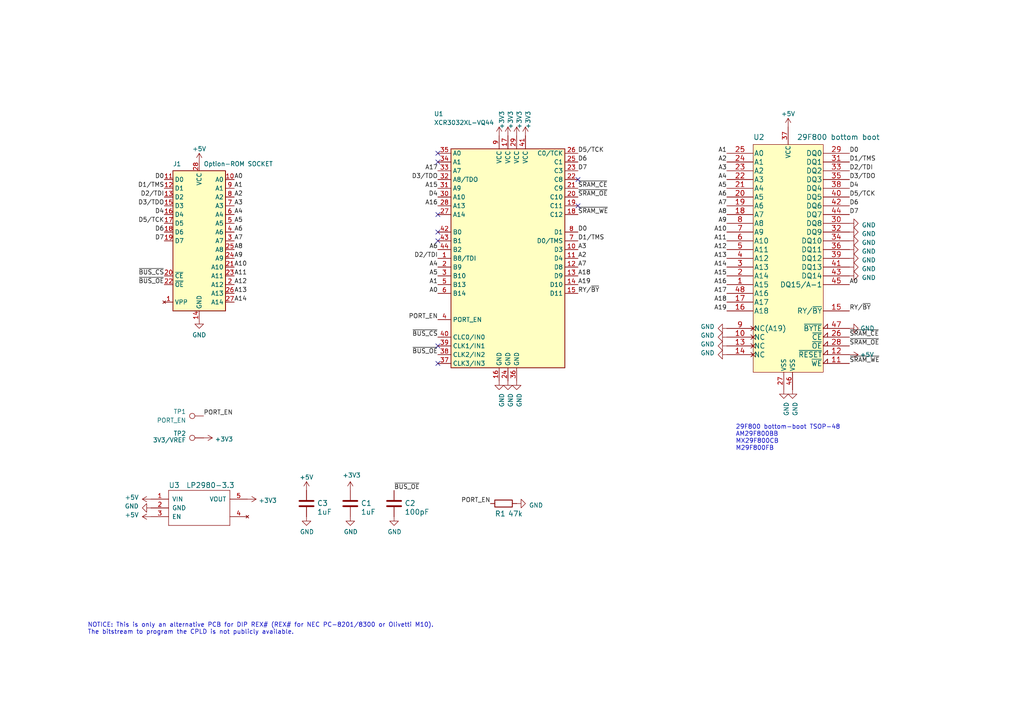
<source format=kicad_sch>
(kicad_sch (version 20230121) (generator eeschema)
  (paper "A4")
  (title_block (title "REX Sharp DIP bkw") (date "2023-07-04") (rev "002") (company "Brian K. White - b.kenyon.w@gmail.com") (comment 1 "Original Design: Steven Adolph") (comment 2 "DIP version of REX# compatible with NEC, M10, K85"))
  (lib_symbols
    (symbol "000_LOCAL:29F800" (pin_names (offset 0.254))
      (property "Reference" "U" (at -10.16 3.81 0))
      (property "Value" "29F800" (at 2.54 3.81 0))
      (symbol "29F800_1_0"
        (pin power_in line (at -1.27 -68.58 90) (length 5.08) (name "VSS") (number "27"))
        (pin power_in line (at 0 7.62 270) (length 5.08) (name "VCC") (number "37"))
        (pin power_in line (at 1.27 -68.58 90) (length 5.08) (name "VSS") (number "46"))
      )
      (symbol "29F800_1_1"
        (rectangle (start -10.16 2.54) (end 10.16 -63.5) (fill (type background)))
        (pin input line (at -17.78 -38.1 0) (length 7.62) (name "A15") (number "1"))
        (pin passive non_logic (at -17.78 -53.34 0) (length 7.62) (name "NC") (number "10"))
        (pin input input_low (at 17.78 -60.96 180) (length 7.62) (name "~{WE}") (number "11"))
        (pin input input_low (at 17.78 -58.42 180) (length 7.62) (name "~{RESET}") (number "12"))
        (pin passive non_logic (at -17.78 -55.88 0) (length 7.62) (name "NC") (number "13"))
        (pin passive non_logic (at -17.78 -58.42 0) (length 7.62) (name "NC") (number "14"))
        (pin output line (at 17.78 -45.72 180) (length 7.62) (name "RY/~{BY}") (number "15"))
        (pin input line (at -17.78 -45.72 0) (length 7.62) (name "A18") (number "16"))
        (pin input line (at -17.78 -43.18 0) (length 7.62) (name "A17") (number "17"))
        (pin input line (at -17.78 -17.78 0) (length 7.62) (name "A7") (number "18"))
        (pin input line (at -17.78 -15.24 0) (length 7.62) (name "A6") (number "19"))
        (pin input line (at -17.78 -35.56 0) (length 7.62) (name "A14") (number "2"))
        (pin input line (at -17.78 -12.7 0) (length 7.62) (name "A5") (number "20"))
        (pin input line (at -17.78 -10.16 0) (length 7.62) (name "A4") (number "21"))
        (pin input line (at -17.78 -7.62 0) (length 7.62) (name "A3") (number "22"))
        (pin input line (at -17.78 -5.08 0) (length 7.62) (name "A2") (number "23"))
        (pin input line (at -17.78 -2.54 0) (length 7.62) (name "A1") (number "24"))
        (pin input line (at -17.78 0 0) (length 7.62) (name "A0") (number "25"))
        (pin input input_low (at 17.78 -53.34 180) (length 7.62) (name "~{CE}") (number "26"))
        (pin input input_low (at 17.78 -55.88 180) (length 7.62) (name "~{OE}") (number "28"))
        (pin bidirectional line (at 17.78 0 180) (length 7.62) (name "DQ0") (number "29"))
        (pin input line (at -17.78 -33.02 0) (length 7.62) (name "A13") (number "3"))
        (pin bidirectional line (at 17.78 -20.32 180) (length 7.62) (name "DQ8") (number "30"))
        (pin bidirectional line (at 17.78 -2.54 180) (length 7.62) (name "DQ1") (number "31"))
        (pin bidirectional line (at 17.78 -22.86 180) (length 7.62) (name "DQ9") (number "32"))
        (pin bidirectional line (at 17.78 -5.08 180) (length 7.62) (name "DQ2") (number "33"))
        (pin bidirectional line (at 17.78 -25.4 180) (length 7.62) (name "DQ10") (number "34"))
        (pin bidirectional line (at 17.78 -7.62 180) (length 7.62) (name "DQ3") (number "35"))
        (pin bidirectional line (at 17.78 -27.94 180) (length 7.62) (name "DQ11") (number "36"))
        (pin bidirectional line (at 17.78 -10.16 180) (length 7.62) (name "DQ4") (number "38"))
        (pin bidirectional line (at 17.78 -30.48 180) (length 7.62) (name "DQ12") (number "39"))
        (pin input line (at -17.78 -30.48 0) (length 7.62) (name "A12") (number "4"))
        (pin bidirectional line (at 17.78 -12.7 180) (length 7.62) (name "DQ5") (number "40"))
        (pin bidirectional line (at 17.78 -33.02 180) (length 7.62) (name "DQ13") (number "41"))
        (pin bidirectional line (at 17.78 -15.24 180) (length 7.62) (name "DQ6") (number "42"))
        (pin bidirectional line (at 17.78 -35.56 180) (length 7.62) (name "DQ14") (number "43"))
        (pin bidirectional line (at 17.78 -17.78 180) (length 7.62) (name "DQ7") (number "44"))
        (pin bidirectional line (at 17.78 -38.1 180) (length 7.62) (name "DQ15/A-1") (number "45"))
        (pin input input_low (at 17.78 -50.8 180) (length 7.62) (name "~{BYTE}") (number "47"))
        (pin input line (at -17.78 -40.64 0) (length 7.62) (name "A16") (number "48"))
        (pin input line (at -17.78 -27.94 0) (length 7.62) (name "A11") (number "5"))
        (pin input line (at -17.78 -25.4 0) (length 7.62) (name "A10") (number "6"))
        (pin input line (at -17.78 -22.86 0) (length 7.62) (name "A9") (number "7"))
        (pin input line (at -17.78 -20.32 0) (length 7.62) (name "A8") (number "8"))
        (pin passive non_logic (at -17.78 -50.8 0) (length 7.62) (name "NC(A19)") (number "9"))
      )
    )
    (symbol "000_LOCAL:C" (pin_numbers hide) (pin_names (offset 0.254))
      (property "Reference" "C" (at 0.635 2.54 0))
      (property "Value" "C" (at 0.635 -2.54 0))
      (symbol "C_0_1"
        (polyline (pts (xy -2.032 -0.762) (xy 2.032 -0.762)) (stroke (width 0.508)))
        (polyline (pts (xy -2.032 0.762) (xy 2.032 0.762)) (stroke (width 0.508)))
      )
      (symbol "C_1_1"
        (pin passive line (at 0 3.81 270) (length 2.794) (name "~") (number "1"))
        (pin passive line (at 0 -3.81 90) (length 2.794) (name "~") (number "2"))
      )
    )
    (symbol "000_LOCAL:LP2980" (pin_names (offset 1.016))
      (property "Value" "LP2980" (at -2.54 -10.16 0))
      (symbol "LP2980_1_0"
        (polyline (pts (xy -7.62 -5.08) (xy 10.16 -5.08)))
        (polyline (pts (xy -7.62 5.08) (xy -7.62 -5.08)))
        (polyline (pts (xy 10.16 -5.08) (xy 10.16 5.08)))
        (polyline (pts (xy 10.16 5.08) (xy -7.62 5.08)))
        (pin power_in line (at -12.7 2.54 0) (length 5.08) (name "VIN") (number "1"))
        (pin power_in line (at -12.7 0 0) (length 5.08) (name "GND") (number "2"))
        (pin input line (at -12.7 -2.54 0) (length 5.08) (name "EN") (number "3"))
        (pin no_connect line (at 15.24 -2.54 180) (length 5.08) (name "~") (number "4"))
        (pin power_out line (at 15.24 2.54 180) (length 5.08) (name "VOUT") (number "5"))
      )
    )
    (symbol "000_LOCAL:R" (pin_numbers hide) (pin_names (offset 0))
      (property "Reference" "R" (at 2.032 0 90))
      (property "Value" "R" (at 0 0 90))
      (symbol "R_0_1"
        (rectangle (start -1.016 -2.54) (end 1.016 2.54) (stroke (width 0.254)))
      )
      (symbol "R_1_1"
        (pin passive line (at 0 3.81 270) (length 1.27) (name "~") (number "1"))
        (pin passive line (at 0 -3.81 90) (length 1.27) (name "~") (number "2"))
      )
    )
    (symbol "000_LOCAL:ROM_SOCKET"
      (property "Reference" "J" (at -7.62 21.59 0))
      (property "Value" "ROM_SOCKET" (at 1.27 21.59 0))
      (symbol "ROM_SOCKET_1_1"
        (rectangle (start -7.62 -20.32) (end 7.62 20.32) (stroke (width 0.254)) (fill (type background)))
        (pin no_connect line (at -10.16 -17.78 0) (length 2.54) (name "VPP") (number "1"))
        (pin output line (at 10.16 17.78 180) (length 2.54) (name "A0") (number "10"))
        (pin bidirectional line (at -10.16 17.78 0) (length 2.54) (name "D0") (number "11"))
        (pin bidirectional line (at -10.16 15.24 0) (length 2.54) (name "D1") (number "12"))
        (pin bidirectional line (at -10.16 12.7 0) (length 2.54) (name "D2") (number "13"))
        (pin power_out line (at 0 -22.86 90) (length 2.54) (name "GND") (number "14"))
        (pin bidirectional line (at -10.16 10.16 0) (length 2.54) (name "D3") (number "15"))
        (pin bidirectional line (at -10.16 7.62 0) (length 2.54) (name "D4") (number "16"))
        (pin bidirectional line (at -10.16 5.08 0) (length 2.54) (name "D5") (number "17"))
        (pin bidirectional line (at -10.16 2.54 0) (length 2.54) (name "D6") (number "18"))
        (pin bidirectional line (at -10.16 0 0) (length 2.54) (name "D7") (number "19"))
        (pin output line (at 10.16 -12.7 180) (length 2.54) (name "A12") (number "2"))
        (pin output line (at -10.16 -10.16 0) (length 2.54) (name "~{CE}") (number "20"))
        (pin output line (at 10.16 -7.62 180) (length 2.54) (name "A10") (number "21"))
        (pin output line (at -10.16 -12.7 0) (length 2.54) (name "~{OE}") (number "22"))
        (pin output line (at 10.16 -10.16 180) (length 2.54) (name "A11") (number "23"))
        (pin output line (at 10.16 -5.08 180) (length 2.54) (name "A9") (number "24"))
        (pin output line (at 10.16 -2.54 180) (length 2.54) (name "A8") (number "25"))
        (pin output line (at 10.16 -15.24 180) (length 2.54) (name "A13") (number "26"))
        (pin output line (at 10.16 -17.78 180) (length 2.54) (name "A14") (number "27"))
        (pin power_out line (at 0 22.86 270) (length 2.54) (name "VCC") (number "28"))
        (pin output line (at 10.16 0 180) (length 2.54) (name "A7") (number "3"))
        (pin output line (at 10.16 2.54 180) (length 2.54) (name "A6") (number "4"))
        (pin output line (at 10.16 5.08 180) (length 2.54) (name "A5") (number "5"))
        (pin output line (at 10.16 7.62 180) (length 2.54) (name "A4") (number "6"))
        (pin output line (at 10.16 10.16 180) (length 2.54) (name "A3") (number "7"))
        (pin output line (at 10.16 12.7 180) (length 2.54) (name "A2") (number "8"))
        (pin output line (at 10.16 15.24 180) (length 2.54) (name "A1") (number "9"))
      )
    )
    (symbol "000_LOCAL:TestPoint" (pin_numbers hide) (pin_names (offset 0.762) hide)
      (property "Reference" "TP" (at 0 6.858 0))
      (property "Value" "TestPoint" (at 0 5.08 0))
      (symbol "TestPoint_0_1"
        (circle (center 0 3.302) (radius 0.762))
      )
      (symbol "TestPoint_1_1"
        (pin passive line (at 0 0 90) (length 2.54) (name "1") (number "1"))
      )
    )
    (symbol "000_LOCAL:XCR3064-VQ44"
      (property "Reference" "U" (at 0.254 2.032 0))
      (property "Value" "XCR3064-VQ44" (at 0.127 -2.286 0))
      (symbol "XCR3064-VQ44_1_1"
        (rectangle (start -16.51 31.75) (end 16.51 -31.75) (stroke (width 0.254)) (fill (type background)))
        (pin passive line (at -20.32 0 0) (length 3.81) (name "B8/TDI") (number "1"))
        (pin passive line (at 20.32 2.54 180) (length 3.81) (name "D3") (number "10"))
        (pin passive line (at 20.32 0 180) (length 3.81) (name "D4") (number "11"))
        (pin passive line (at 20.32 -2.54 180) (length 3.81) (name "D8") (number "12"))
        (pin passive line (at 20.32 -5.08 180) (length 3.81) (name "D9") (number "13"))
        (pin passive line (at 20.32 -7.62 180) (length 3.81) (name "D10") (number "14"))
        (pin passive line (at 20.32 -10.16 180) (length 3.81) (name "D11") (number "15"))
        (pin power_in line (at -2.54 -35.56 90) (length 3.81) (name "GND") (number "16"))
        (pin power_in line (at 0 35.56 270) (length 3.81) (name "VCC") (number "17"))
        (pin passive line (at 20.32 12.7 180) (length 3.81) (name "C12") (number "18"))
        (pin passive line (at 20.32 15.24 180) (length 3.81) (name "C11") (number "19"))
        (pin passive line (at -20.32 -2.54 0) (length 3.81) (name "B9") (number "2"))
        (pin passive line (at 20.32 17.78 180) (length 3.81) (name "C10") (number "20"))
        (pin passive line (at 20.32 20.32 180) (length 3.81) (name "C9") (number "21"))
        (pin passive line (at 20.32 22.86 180) (length 3.81) (name "C8") (number "22"))
        (pin passive line (at 20.32 25.4 180) (length 3.81) (name "C3") (number "23"))
        (pin power_in line (at 0 -35.56 90) (length 3.81) (name "GND") (number "24"))
        (pin passive line (at 20.32 27.94 180) (length 3.81) (name "C1") (number "25"))
        (pin passive line (at 20.32 30.48 180) (length 3.81) (name "C0/TCK") (number "26"))
        (pin passive line (at -20.32 12.7 0) (length 3.81) (name "A14") (number "27"))
        (pin passive line (at -20.32 15.24 0) (length 3.81) (name "A13") (number "28"))
        (pin power_in line (at 2.54 35.56 270) (length 3.81) (name "VCC") (number "29"))
        (pin passive line (at -20.32 -5.08 0) (length 3.81) (name "B10") (number "3"))
        (pin passive line (at -20.32 17.78 0) (length 3.81) (name "A10") (number "30"))
        (pin passive line (at -20.32 20.32 0) (length 3.81) (name "A9") (number "31"))
        (pin passive line (at -20.32 22.86 0) (length 3.81) (name "A8/TDO") (number "32"))
        (pin passive line (at -20.32 25.4 0) (length 3.81) (name "A7") (number "33"))
        (pin passive line (at -20.32 27.94 0) (length 3.81) (name "A1") (number "34"))
        (pin passive line (at -20.32 30.48 0) (length 3.81) (name "A0") (number "35"))
        (pin power_in line (at 2.54 -35.56 90) (length 3.81) (name "GND") (number "36"))
        (pin input line (at -20.32 -30.48 0) (length 3.81) (name "CLK3/IN3") (number "37"))
        (pin input line (at -20.32 -27.94 0) (length 3.81) (name "CLK2/IN2") (number "38"))
        (pin input line (at -20.32 -25.4 0) (length 3.81) (name "CLK1/IN1") (number "39"))
        (pin input line (at -20.32 -17.78 0) (length 3.81) (name "PORT_EN") (number "4"))
        (pin input line (at -20.32 -22.86 0) (length 3.81) (name "CLC0/IN0") (number "40"))
        (pin power_in line (at 5.08 35.56 270) (length 3.81) (name "VCC") (number "41"))
        (pin passive line (at -20.32 7.62 0) (length 3.81) (name "B0") (number "42"))
        (pin passive line (at -20.32 5.08 0) (length 3.81) (name "B1") (number "43"))
        (pin passive line (at -20.32 2.54 0) (length 3.81) (name "B2") (number "44"))
        (pin passive line (at -20.32 -7.62 0) (length 3.81) (name "B13") (number "5"))
        (pin passive line (at -20.32 -10.16 0) (length 3.81) (name "B14") (number "6"))
        (pin passive line (at 20.32 5.08 180) (length 3.81) (name "D0/TMS") (number "7"))
        (pin passive line (at 20.32 7.62 180) (length 3.81) (name "D1") (number "8"))
        (pin power_in line (at -2.54 35.56 270) (length 3.81) (name "VCC") (number "9"))
      )
    )
    (symbol "power:+3V3" (power) (pin_names (offset 0))
      (property "Value" "+3V3" (at 0 3.556 0))
      (symbol "+3V3_0_1"
        (polyline (pts (xy -0.762 1.27) (xy 0 2.54)))
        (polyline (pts (xy 0 0) (xy 0 2.54)))
        (polyline (pts (xy 0 2.54) (xy 0.762 1.27)))
      )
      (symbol "+3V3_1_1"
        (pin power_in line (at 0 0 90) (length 0) hide (name "+3V3") (number "1"))
      )
    )
    (symbol "power:+5V" (power) (pin_names (offset 0))
      (property "Value" "+5V" (at 0 3.556 0))
      (symbol "+5V_0_1"
        (polyline (pts (xy -0.762 1.27) (xy 0 2.54)))
        (polyline (pts (xy 0 0) (xy 0 2.54)))
        (polyline (pts (xy 0 2.54) (xy 0.762 1.27)))
      )
      (symbol "+5V_1_1"
        (pin power_in line (at 0 0 90) (length 0) hide (name "+5V") (number "1"))
      )
    )
    (symbol "power:GND" (power) (pin_names (offset 0))
      (property "Value" "GND" (at 0 -3.81 0))
      (symbol "GND_0_1"
        (polyline (pts (xy 0 0) (xy 0 -1.27) (xy 1.27 -1.27) (xy 0 -2.54) (xy -1.27 -1.27) (xy 0 -1.27)))
      )
      (symbol "GND_1_1"
        (pin power_in line (at 0 0 270) (length 0) hide (name "GND") (number "1"))
      )
    )
  )
  (no_connect (at 127 46.99))
  (no_connect (at 127 44.45))
  (no_connect (at 127 69.85))
  (no_connect (at 127 67.31))
  (no_connect (at 127 100.33))
  (no_connect (at 127 105.41))
  (no_connect (at 167.64 52.07))
  (no_connect (at 127 62.23))
  (no_connect (at 167.64 59.69))
  (text "29F800 bottom-boot TSOP-48\nAM29F800BB\nMX29F800CB\nM29F800FB" (at 213.36 130.81 0) (effects (font (size 1.27 1.27)) (justify left bottom)))
  (text "NOTICE: This is only an alternative PCB for DIP REX# (REX# for NEC PC-8201/8300 or Olivetti M10).\nThe bitstream to program the CPLD is not publicly available.\n" (at 25.4 184.15 0) (effects (font (size 1.27 1.27)) (justify left bottom)))
  (label "A7" (at 67.945 69.85 0))
  (label "A19" (at 167.64 82.55 0))
  (label "A11" (at 67.945 80.01 0))
  (label "A3" (at 167.64 72.39 0))
  (label "D5{slash}TCK" (at 167.64 44.45 0))
  (label "A6" (at 67.945 67.31 0))
  (label "D1{slash}TMS" (at 246.38 46.99 0))
  (label "A8" (at 67.945 72.39 0))
  (label "A15" (at 210.82 80.01 180))
  (label "A2" (at 167.64 74.93 0))
  (label "D4" (at 246.38 54.61 0))
  (label "A18" (at 167.64 80.01 0))
  (label "A17" (at 127 49.53 180))
  (label "D2{slash}TDI" (at 246.38 49.53 0))
  (label "A7" (at 210.82 59.69 180))
  (label "A13" (at 210.82 74.93 180))
  (label "PORT_EN" (at 142.24 146.05 180))
  (label "A6" (at 210.82 57.15 180))
  (label "RY{slash}~{BY}" (at 167.64 85.09 0))
  (label "RY{slash}~{BY}" (at 246.38 90.17 0))
  (label "A2" (at 210.82 46.99 180))
  (label "D3{slash}TDO" (at 246.38 52.07 0))
  (label "A3" (at 67.945 59.69 0))
  (label "~{BUS_OE}" (at 127 102.87 180))
  (label "A17" (at 210.82 85.09 180))
  (label "~{SRAM_WE}" (at 246.38 105.41 0))
  (label "~{SRAM_OE}" (at 167.64 57.15 0))
  (label "A1" (at 127 82.55 180))
  (label "A7" (at 167.64 77.47 0))
  (label "D5{slash}TCK" (at 246.38 57.15 0))
  (label "A5" (at 67.945 64.77 0))
  (label "~{SRAM_WE}" (at 167.64 62.23 0))
  (label "A14" (at 67.945 87.63 0))
  (label "D3{slash}TDO" (at 127 52.07 180))
  (label "A16" (at 210.82 82.55 180))
  (label "D0" (at 47.625 52.07 180))
  (label "A12" (at 210.82 72.39 180))
  (label "A12" (at 67.945 82.55 0))
  (label "D7" (at 47.625 69.85 180))
  (label "D0" (at 167.64 67.31 0))
  (label "D2{slash}TDI" (at 127 74.93 180))
  (label "A13" (at 67.945 85.09 0))
  (label "~{SRAM_CE}" (at 167.64 54.61 0))
  (label "A6" (at 127 72.39 180))
  (label "A10" (at 67.945 77.47 0))
  (label "A1" (at 210.82 44.45 180))
  (label "A18" (at 210.82 87.63 180))
  (label "A0" (at 127 85.09 180))
  (label "D2{slash}TDI" (at 47.625 57.15 180))
  (label "A9" (at 67.945 74.93 0))
  (label "D6" (at 167.64 46.99 0))
  (label "D4" (at 127 57.15 180))
  (label "~{BUS_CS}" (at 127 97.79 180))
  (label "A4" (at 127 77.47 180))
  (label "D0" (at 246.38 44.45 0))
  (label "A5" (at 210.82 54.61 180))
  (label "D4" (at 47.625 62.23 180))
  (label "A2" (at 67.945 57.15 0))
  (label "D1{slash}TMS" (at 47.625 54.61 180))
  (label "PORT_EN" (at 127 92.71 180))
  (label "~{BUS_OE}" (at 47.625 82.55 180))
  (label "A14" (at 210.82 77.47 180))
  (label "A9" (at 210.82 64.77 180))
  (label "A19" (at 210.82 90.17 180))
  (label "A0" (at 67.945 52.07 0))
  (label "A4" (at 67.945 62.23 0))
  (label "A1" (at 67.945 54.61 0))
  (label "A8" (at 210.82 62.23 180))
  (label "D7" (at 246.38 62.23 0))
  (label "~{SRAM_CE}" (at 246.38 97.79 0))
  (label "~{BUS_OE}" (at 114.3 142.24 0))
  (label "~{BUS_CS}" (at 47.625 80.01 180))
  (label "A10" (at 210.82 67.31 180))
  (label "D6" (at 246.38 59.69 0))
  (label "A3" (at 210.82 49.53 180))
  (label "D1{slash}TMS" (at 167.64 69.85 0))
  (label "A16" (at 127 59.69 180))
  (label "D5{slash}TCK" (at 47.625 64.77 180))
  (label "D6" (at 47.625 67.31 180))
  (label "D3{slash}TDO" (at 47.625 59.69 180))
  (label "A0" (at 246.38 82.55 0))
  (label "PORT_EN" (at 59.055 120.65 0))
  (label "D7" (at 167.64 49.53 0))
  (label "A11" (at 210.82 69.85 180))
  (label "A4" (at 210.82 52.07 180))
  (label "A5" (at 127 80.01 180))
  (label "A15" (at 127 54.61 180))
  (label "~{SRAM_OE}" (at 246.38 100.33 0))
  (symbol (lib_id "000_LOCAL:R") (at 146.05 146.05 270) (unit 1)
    (property "Reference" "R1" (at 143.51 149.86 90) (effects (font (size 1.4986 1.4986)) (justify left bottom)))
    (property "Value" "47k" (at 147.32 149.86 90) (effects (font (size 1.4986 1.4986)) (justify left bottom)))
    (property "Footprint" "000_LOCAL:R_0805" (effects hide))
  )
  (symbol (lib_id "000_LOCAL:C") (at 101.6 146.05 0) (unit 1)
    (property "Reference" "C1" (at 104.648 146.812 0) (effects (font (size 1.4986 1.4986)) (justify left bottom)))
    (property "Value" "1uF" (at 104.648 149.352 0) (effects (font (size 1.4986 1.4986)) (justify left bottom)))
    (property "Footprint" "000_LOCAL:C_0805" (effects hide))
  )
  (symbol (lib_id "power:GND") (at 101.6 149.86 0) (unit 1)
    (property "Reference" "#PWR0104" (effects hide))
    (property "Value" "GND" (at 101.727 154.2542 0))
  )
  (symbol (lib_id "power:+3V3") (at 101.6 142.24 0) (unit 1)
    (property "Reference" "#PWR0105" (effects hide))
    (property "Value" "+3V3" (at 101.981 137.8458 0))
  )
  (symbol (lib_id "power:+3V3") (at 71.755 144.78 270) (unit 1)
    (property "Reference" "#PWR0106" (effects hide))
    (property "Value" "+3V3" (at 75.0062 145.161 90) (effects (justify left)))
  )
  (symbol (lib_id "000_LOCAL:LP2980") (at 56.515 147.32 0) (unit 1)
    (property "Reference" "U3" (at 48.895 141.605 0) (effects (font (size 1.4986 1.4986)) (justify left bottom)))
    (property "Value" "LP2980-3.3" (at 53.975 141.605 0) (effects (font (size 1.4986 1.4986)) (justify left bottom)))
    (property "Footprint" "000_LOCAL:SOT-23-5" (effects hide))
  )
  (symbol (lib_id "power:GND") (at 43.815 147.32 270) (unit 1)
    (property "Reference" "#PWR0101" (effects hide))
    (property "Value" "GND" (at 40.259 146.812 90) (effects (justify right)))
  )
  (symbol (lib_id "power:+5V") (at 43.815 144.78 90) (unit 1)
    (property "Reference" "#PWR0102" (effects hide))
    (property "Value" "+5V" (at 40.259 144.272 90) (effects (justify left)))
  )
  (symbol (lib_id "000_LOCAL:29F800") (at 228.6 44.45 0) (unit 1)
    (property "Reference" "U2" (at 218.44 40.64 0) (effects (font (size 1.524 1.524)) (justify left bottom)))
    (property "Value" "29F800 bottom boot" (at 231.14 40.64 0) (effects (font (size 1.524 1.524)) (justify left bottom)))
    (property "Footprint" "000_LOCAL:TSOP-48" (effects hide))
  )
  (symbol (lib_id "power:+3V3") (at 144.78 39.37 0) (unit 1)
    (property "Reference" "#PWR0110" (effects hide))
    (property "Value" "+3V3" (at 145.542 34.798 90))
  )
  (symbol (lib_id "power:+3V3") (at 147.32 39.37 0) (unit 1)
    (property "Reference" "#PWR0111" (effects hide))
    (property "Value" "+3V3" (at 148.082 34.798 90))
  )
  (symbol (lib_id "power:+3V3") (at 149.86 39.37 0) (unit 1)
    (property "Reference" "#PWR0112" (effects hide))
    (property "Value" "+3V3" (at 150.622 34.798 90))
  )
  (symbol (lib_id "power:+3V3") (at 152.4 39.37 0) (unit 1)
    (property "Reference" "#PWR0113" (effects hide))
    (property "Value" "+3V3" (at 153.162 34.798 90))
  )
  (symbol (lib_id "power:GND") (at 144.78 110.49 0) (unit 1)
    (property "Reference" "#PWR0114" (effects hide))
    (property "Value" "GND" (at 145.542 116.078 90))
  )
  (symbol (lib_id "power:GND") (at 147.32 110.49 0) (unit 1)
    (property "Reference" "#PWR0115" (effects hide))
    (property "Value" "GND" (at 148.082 116.078 90))
  )
  (symbol (lib_id "power:GND") (at 149.86 110.49 0) (unit 1)
    (property "Reference" "#PWR0116" (effects hide))
    (property "Value" "GND" (at 150.622 116.078 90))
  )
  (symbol (lib_id "power:GND") (at 227.33 113.03 0) (unit 1)
    (property "Reference" "#PWR0117" (effects hide))
    (property "Value" "GND" (at 228.092 118.618 90))
  )
  (symbol (lib_id "power:GND") (at 229.87 113.03 0) (unit 1)
    (property "Reference" "#PWR0118" (effects hide))
    (property "Value" "GND" (at 230.632 118.618 90))
  )
  (symbol (lib_id "power:+5V") (at 228.6 36.83 0) (unit 1)
    (property "Reference" "#PWR0119" (effects hide))
    (property "Value" "+5V" (at 228.6 33.02 0))
  )
  (symbol (lib_id "power:+5V") (at 57.785 46.99 0) (unit 1)
    (property "Reference" "#PWR0120" (effects hide))
    (property "Value" "+5V" (at 57.785 43.18 0))
  )
  (symbol (lib_id "power:+5V") (at 43.815 149.86 90) (unit 1)
    (property "Reference" "#PWR0126" (effects hide))
    (property "Value" "+5V" (at 40.259 149.352 90) (effects (justify left)))
  )
  (symbol (lib_id "power:GND") (at 246.38 95.25 90) (unit 1)
    (property "Reference" "#PWR0125" (effects hide))
    (property "Value" "GND" (at 249.555 95.25 90) (effects (justify right)))
  )
  (symbol (lib_id "power:GND") (at 246.38 64.77 90) (unit 1)
    (property "Reference" "#PWR0127" (effects hide))
    (property "Value" "GND" (at 249.936 65.278 90) (effects (justify right)))
  )
  (symbol (lib_id "power:GND") (at 246.38 67.31 90) (unit 1)
    (property "Reference" "#PWR0128" (effects hide))
    (property "Value" "GND" (at 249.936 67.818 90) (effects (justify right)))
  )
  (symbol (lib_id "power:GND") (at 246.38 69.85 90) (unit 1)
    (property "Reference" "#PWR0129" (effects hide))
    (property "Value" "GND" (at 249.936 70.358 90) (effects (justify right)))
  )
  (symbol (lib_id "power:GND") (at 246.38 72.39 90) (unit 1)
    (property "Reference" "#PWR0130" (effects hide))
    (property "Value" "GND" (at 249.936 72.898 90) (effects (justify right)))
  )
  (symbol (lib_id "power:GND") (at 246.38 74.93 90) (unit 1)
    (property "Reference" "#PWR0131" (effects hide))
    (property "Value" "GND" (at 249.936 75.438 90) (effects (justify right)))
  )
  (symbol (lib_id "power:GND") (at 246.38 77.47 90) (unit 1)
    (property "Reference" "#PWR0132" (effects hide))
    (property "Value" "GND" (at 249.936 77.978 90) (effects (justify right)))
  )
  (symbol (lib_id "power:GND") (at 246.38 80.01 90) (unit 1)
    (property "Reference" "#PWR0133" (effects hide))
    (property "Value" "GND" (at 249.936 80.518 90) (effects (justify right)))
  )
  (symbol (lib_id "power:GND") (at 149.86 146.05 90) (unit 1)
    (property "Reference" "#PWR0134" (effects hide))
    (property "Value" "GND" (at 153.416 146.558 90) (effects (justify right)))
  )
  (symbol (lib_id "power:GND") (at 210.82 95.25 270) (unit 1)
    (property "Reference" "#PWR0135" (effects hide))
    (property "Value" "GND" (at 207.264 94.742 90) (effects (justify right)))
  )
  (symbol (lib_id "power:GND") (at 210.82 100.33 270) (unit 1)
    (property "Reference" "#PWR0137" (effects hide))
    (property "Value" "GND" (at 207.264 99.822 90) (effects (justify right)))
  )
  (symbol (lib_id "power:+3V3") (at 59.055 127 270) (unit 1)
    (property "Reference" "#PWR0107" (effects hide))
    (property "Value" "+3V3" (at 62.3062 127.381 90) (effects (justify left)))
  )
  (symbol (lib_id "000_LOCAL:TestPoint") (at 59.055 120.65 90) (unit 1)
    (property "Reference" "TP1" (at 53.975 119.38 90) (effects (justify left)))
    (property "Value" "PORT_EN" (at 53.975 121.92 90) (effects (justify left)))
    (property "Footprint" "000_LOCAL:1x1_pin_h" (effects hide))
  )
  (symbol (lib_id "000_LOCAL:TestPoint") (at 59.055 127 90) (unit 1)
    (property "Reference" "TP2" (at 53.975 125.73 90) (effects (justify left)))
    (property "Value" "3V3/VREF" (at 53.975 127.635 90) (effects (justify left)))
    (property "Footprint" "000_LOCAL:1x1_pin_h" (effects hide))
  )
  (symbol (lib_id "power:+5V") (at 246.38 102.87 270) (unit 1)
    (property "Reference" "#PWR0103" (effects hide))
    (property "Value" "+5V" (at 251.46 102.87 90))
  )
  (symbol (lib_id "power:GND") (at 88.9 149.86 0) (unit 1)
    (property "Reference" "#PWR0108" (effects hide))
    (property "Value" "GND" (at 89.027 154.2542 0))
  )
  (symbol (lib_id "power:GND") (at 57.785 92.71 0) (unit 1)
    (property "Reference" "#PWR0121" (effects hide))
    (property "Value" "GND" (at 57.785 97.155 0))
  )
  (symbol (lib_id "power:GND") (at 210.82 97.79 270) (unit 1)
    (property "Reference" "#PWR0136" (effects hide))
    (property "Value" "GND" (at 207.264 97.282 90) (effects (justify right)))
  )
  (symbol (lib_id "000_LOCAL:C") (at 114.3 146.05 0) (unit 1)
    (property "Reference" "C2" (at 117.348 146.812 0) (effects (font (size 1.4986 1.4986)) (justify left bottom)))
    (property "Value" "100pF" (at 117.348 149.352 0) (effects (font (size 1.4986 1.4986)) (justify left bottom)))
    (property "Footprint" "000_LOCAL:C_0805" (effects hide))
  )
  (symbol (lib_id "power:GND") (at 114.3 149.86 0) (unit 1)
    (property "Reference" "#PWR0109" (effects hide))
    (property "Value" "GND" (at 114.427 154.2542 0))
  )
  (symbol (lib_id "000_LOCAL:ROM_SOCKET") (at 57.785 69.85 0) (unit 1)
    (property "Reference" "J1" (at 50.165 48.26 0) (effects (justify left bottom)))
    (property "Value" "Option-ROM SOCKET" (at 59.055 48.26 0) (effects (justify left bottom)))
    (property "Footprint" "000_LOCAL:DIP-28_600_pcb_shallow_notch" (effects hide))
  )
  (symbol (lib_id "000_LOCAL:C") (at 88.9 146.05 0) (unit 1)
    (property "Reference" "C3" (at 91.948 146.812 0) (effects (font (size 1.4986 1.4986)) (justify left bottom)))
    (property "Value" "1uF" (at 91.948 149.352 0) (effects (font (size 1.4986 1.4986)) (justify left bottom)))
    (property "Footprint" "000_LOCAL:C_0805" (effects hide))
  )
  (symbol (lib_id "power:GND") (at 210.82 102.87 270) (unit 1)
    (property "Reference" "#PWR0138" (effects hide))
    (property "Value" "GND" (at 207.264 102.362 90) (effects (justify right)))
  )
  (symbol (lib_id "power:+5V") (at 88.9 142.24 0) (unit 1)
    (property "Reference" "#PWR0122" (effects hide))
    (property "Value" "+5V" (at 88.9 138.43 0))
  )
  (symbol (lib_id "000_LOCAL:XCR3064-VQ44") (at 147.32 74.93 0) (unit 1)
    (property "Reference" "U1" (at 125.857 33.02 0) (effects (justify left)))
    (property "Value" "XCR3032XL-VQ44" (at 125.857 35.56 0) (effects (justify left)))
    (property "Footprint" "000_LOCAL:VQFP44" (effects hide))
    (property "Datasheet" "https://www.xilinx.com/support/documentation/data_sheets/ds017.pdf" (effects hide))
  )
)
</source>
